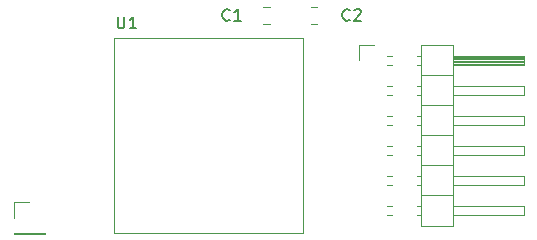
<source format=gbr>
%TF.GenerationSoftware,KiCad,Pcbnew,7.0.1*%
%TF.CreationDate,2023-04-28T09:30:46+02:00*%
%TF.ProjectId,AS4432_ANT,41533434-3332-45f4-914e-542e6b696361,rev?*%
%TF.SameCoordinates,Original*%
%TF.FileFunction,Legend,Top*%
%TF.FilePolarity,Positive*%
%FSLAX46Y46*%
G04 Gerber Fmt 4.6, Leading zero omitted, Abs format (unit mm)*
G04 Created by KiCad (PCBNEW 7.0.1) date 2023-04-28 09:30:46*
%MOMM*%
%LPD*%
G01*
G04 APERTURE LIST*
%ADD10C,0.150000*%
%ADD11C,0.120000*%
G04 APERTURE END LIST*
D10*
%TO.C,U1*%
X128143095Y-39467619D02*
X128143095Y-40277142D01*
X128143095Y-40277142D02*
X128190714Y-40372380D01*
X128190714Y-40372380D02*
X128238333Y-40420000D01*
X128238333Y-40420000D02*
X128333571Y-40467619D01*
X128333571Y-40467619D02*
X128524047Y-40467619D01*
X128524047Y-40467619D02*
X128619285Y-40420000D01*
X128619285Y-40420000D02*
X128666904Y-40372380D01*
X128666904Y-40372380D02*
X128714523Y-40277142D01*
X128714523Y-40277142D02*
X128714523Y-39467619D01*
X129714523Y-40467619D02*
X129143095Y-40467619D01*
X129428809Y-40467619D02*
X129428809Y-39467619D01*
X129428809Y-39467619D02*
X129333571Y-39610476D01*
X129333571Y-39610476D02*
X129238333Y-39705714D01*
X129238333Y-39705714D02*
X129143095Y-39753333D01*
%TO.C,C1*%
X137628333Y-39737380D02*
X137580714Y-39785000D01*
X137580714Y-39785000D02*
X137437857Y-39832619D01*
X137437857Y-39832619D02*
X137342619Y-39832619D01*
X137342619Y-39832619D02*
X137199762Y-39785000D01*
X137199762Y-39785000D02*
X137104524Y-39689761D01*
X137104524Y-39689761D02*
X137056905Y-39594523D01*
X137056905Y-39594523D02*
X137009286Y-39404047D01*
X137009286Y-39404047D02*
X137009286Y-39261190D01*
X137009286Y-39261190D02*
X137056905Y-39070714D01*
X137056905Y-39070714D02*
X137104524Y-38975476D01*
X137104524Y-38975476D02*
X137199762Y-38880238D01*
X137199762Y-38880238D02*
X137342619Y-38832619D01*
X137342619Y-38832619D02*
X137437857Y-38832619D01*
X137437857Y-38832619D02*
X137580714Y-38880238D01*
X137580714Y-38880238D02*
X137628333Y-38927857D01*
X138580714Y-39832619D02*
X138009286Y-39832619D01*
X138295000Y-39832619D02*
X138295000Y-38832619D01*
X138295000Y-38832619D02*
X138199762Y-38975476D01*
X138199762Y-38975476D02*
X138104524Y-39070714D01*
X138104524Y-39070714D02*
X138009286Y-39118333D01*
%TO.C,C2*%
X147788333Y-39737380D02*
X147740714Y-39785000D01*
X147740714Y-39785000D02*
X147597857Y-39832619D01*
X147597857Y-39832619D02*
X147502619Y-39832619D01*
X147502619Y-39832619D02*
X147359762Y-39785000D01*
X147359762Y-39785000D02*
X147264524Y-39689761D01*
X147264524Y-39689761D02*
X147216905Y-39594523D01*
X147216905Y-39594523D02*
X147169286Y-39404047D01*
X147169286Y-39404047D02*
X147169286Y-39261190D01*
X147169286Y-39261190D02*
X147216905Y-39070714D01*
X147216905Y-39070714D02*
X147264524Y-38975476D01*
X147264524Y-38975476D02*
X147359762Y-38880238D01*
X147359762Y-38880238D02*
X147502619Y-38832619D01*
X147502619Y-38832619D02*
X147597857Y-38832619D01*
X147597857Y-38832619D02*
X147740714Y-38880238D01*
X147740714Y-38880238D02*
X147788333Y-38927857D01*
X148169286Y-38927857D02*
X148216905Y-38880238D01*
X148216905Y-38880238D02*
X148312143Y-38832619D01*
X148312143Y-38832619D02*
X148550238Y-38832619D01*
X148550238Y-38832619D02*
X148645476Y-38880238D01*
X148645476Y-38880238D02*
X148693095Y-38927857D01*
X148693095Y-38927857D02*
X148740714Y-39023095D01*
X148740714Y-39023095D02*
X148740714Y-39118333D01*
X148740714Y-39118333D02*
X148693095Y-39261190D01*
X148693095Y-39261190D02*
X148121667Y-39832619D01*
X148121667Y-39832619D02*
X148740714Y-39832619D01*
D11*
%TO.C,J1*%
X148590000Y-41910000D02*
X149860000Y-41910000D01*
X148590000Y-43180000D02*
X148590000Y-41910000D01*
X150902929Y-45340000D02*
X151357071Y-45340000D01*
X150902929Y-46100000D02*
X151357071Y-46100000D01*
X150902929Y-47880000D02*
X151357071Y-47880000D01*
X150902929Y-48640000D02*
X151357071Y-48640000D01*
X150902929Y-50420000D02*
X151357071Y-50420000D01*
X150902929Y-51180000D02*
X151357071Y-51180000D01*
X150902929Y-52960000D02*
X151357071Y-52960000D01*
X150902929Y-53720000D02*
X151357071Y-53720000D01*
X150902929Y-55500000D02*
X151357071Y-55500000D01*
X150902929Y-56260000D02*
X151357071Y-56260000D01*
X150970000Y-42800000D02*
X151357071Y-42800000D01*
X150970000Y-43560000D02*
X151357071Y-43560000D01*
X153442929Y-42800000D02*
X153840000Y-42800000D01*
X153442929Y-43560000D02*
X153840000Y-43560000D01*
X153442929Y-45340000D02*
X153840000Y-45340000D01*
X153442929Y-46100000D02*
X153840000Y-46100000D01*
X153442929Y-47880000D02*
X153840000Y-47880000D01*
X153442929Y-48640000D02*
X153840000Y-48640000D01*
X153442929Y-50420000D02*
X153840000Y-50420000D01*
X153442929Y-51180000D02*
X153840000Y-51180000D01*
X153442929Y-52960000D02*
X153840000Y-52960000D01*
X153442929Y-53720000D02*
X153840000Y-53720000D01*
X153442929Y-55500000D02*
X153840000Y-55500000D01*
X153442929Y-56260000D02*
X153840000Y-56260000D01*
X153840000Y-41850000D02*
X153840000Y-57210000D01*
X153840000Y-44450000D02*
X156500000Y-44450000D01*
X153840000Y-46990000D02*
X156500000Y-46990000D01*
X153840000Y-49530000D02*
X156500000Y-49530000D01*
X153840000Y-52070000D02*
X156500000Y-52070000D01*
X153840000Y-54610000D02*
X156500000Y-54610000D01*
X153840000Y-57210000D02*
X156500000Y-57210000D01*
X156500000Y-41850000D02*
X153840000Y-41850000D01*
X156500000Y-42800000D02*
X162500000Y-42800000D01*
X156500000Y-42860000D02*
X162500000Y-42860000D01*
X156500000Y-42980000D02*
X162500000Y-42980000D01*
X156500000Y-43100000D02*
X162500000Y-43100000D01*
X156500000Y-43220000D02*
X162500000Y-43220000D01*
X156500000Y-43340000D02*
X162500000Y-43340000D01*
X156500000Y-43460000D02*
X162500000Y-43460000D01*
X156500000Y-45340000D02*
X162500000Y-45340000D01*
X156500000Y-47880000D02*
X162500000Y-47880000D01*
X156500000Y-50420000D02*
X162500000Y-50420000D01*
X156500000Y-52960000D02*
X162500000Y-52960000D01*
X156500000Y-55500000D02*
X162500000Y-55500000D01*
X156500000Y-57210000D02*
X156500000Y-41850000D01*
X162500000Y-42800000D02*
X162500000Y-43560000D01*
X162500000Y-43560000D02*
X156500000Y-43560000D01*
X162500000Y-45340000D02*
X162500000Y-46100000D01*
X162500000Y-46100000D02*
X156500000Y-46100000D01*
X162500000Y-47880000D02*
X162500000Y-48640000D01*
X162500000Y-48640000D02*
X156500000Y-48640000D01*
X162500000Y-50420000D02*
X162500000Y-51180000D01*
X162500000Y-51180000D02*
X156500000Y-51180000D01*
X162500000Y-52960000D02*
X162500000Y-53720000D01*
X162500000Y-53720000D02*
X156500000Y-53720000D01*
X162500000Y-55500000D02*
X162500000Y-56260000D01*
X162500000Y-56260000D02*
X156500000Y-56260000D01*
%TO.C,U1*%
X143826500Y-57785000D02*
X127826500Y-57785000D01*
X127826500Y-57785000D02*
X127826500Y-41275000D01*
X127826500Y-41275000D02*
X143826500Y-41275000D01*
X143826500Y-41275000D02*
X143826500Y-57785000D01*
%TO.C,C1*%
X140998752Y-40105000D02*
X140476248Y-40105000D01*
X140998752Y-38635000D02*
X140476248Y-38635000D01*
%TO.C,C2*%
X144518748Y-38635000D02*
X145041252Y-38635000D01*
X144518748Y-40105000D02*
X145041252Y-40105000D01*
%TO.C,J2*%
X119320000Y-55185000D02*
X120650000Y-55185000D01*
X119320000Y-56515000D02*
X119320000Y-55185000D01*
X119320000Y-57785000D02*
X119320000Y-57845000D01*
X119320000Y-57785000D02*
X121980000Y-57785000D01*
X119320000Y-57845000D02*
X121980000Y-57845000D01*
X121980000Y-57785000D02*
X121980000Y-57845000D01*
%TD*%
M02*

</source>
